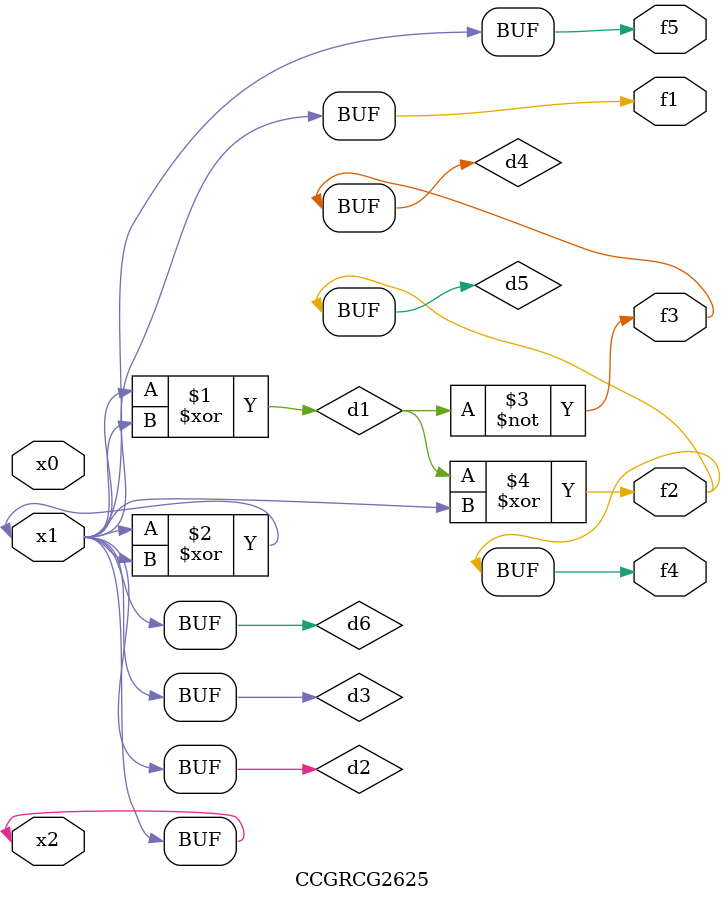
<source format=v>
module CCGRCG2625(
	input x0, x1, x2,
	output f1, f2, f3, f4, f5
);

	wire d1, d2, d3, d4, d5, d6;

	xor (d1, x1, x2);
	buf (d2, x1, x2);
	xor (d3, x1, x2);
	nor (d4, d1);
	xor (d5, d1, d2);
	buf (d6, d2, d3);
	assign f1 = d6;
	assign f2 = d5;
	assign f3 = d4;
	assign f4 = d5;
	assign f5 = d6;
endmodule

</source>
